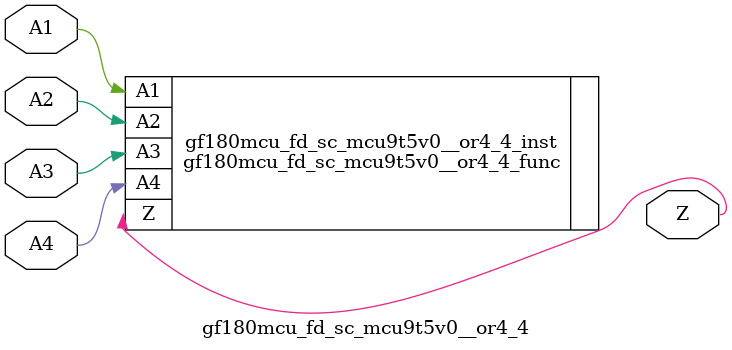
<source format=v>

module gf180mcu_fd_sc_mcu9t5v0__or4_4( A4, A3, A2, A1, Z );
input A1, A2, A3, A4;
output Z;

   `ifdef FUNCTIONAL  //  functional //

	gf180mcu_fd_sc_mcu9t5v0__or4_4_func gf180mcu_fd_sc_mcu9t5v0__or4_4_behav_inst(.A4(A4),.A3(A3),.A2(A2),.A1(A1),.Z(Z));

   `else

	gf180mcu_fd_sc_mcu9t5v0__or4_4_func gf180mcu_fd_sc_mcu9t5v0__or4_4_inst(.A4(A4),.A3(A3),.A2(A2),.A1(A1),.Z(Z));

	// spec_gates_begin


	// spec_gates_end



   specify

	// specify_block_begin

	// comb arc A1 --> Z
	 (A1 => Z) = (1.0,1.0);

	// comb arc A2 --> Z
	 (A2 => Z) = (1.0,1.0);

	// comb arc A3 --> Z
	 (A3 => Z) = (1.0,1.0);

	// comb arc A4 --> Z
	 (A4 => Z) = (1.0,1.0);

	// specify_block_end

   endspecify

   `endif

endmodule

</source>
